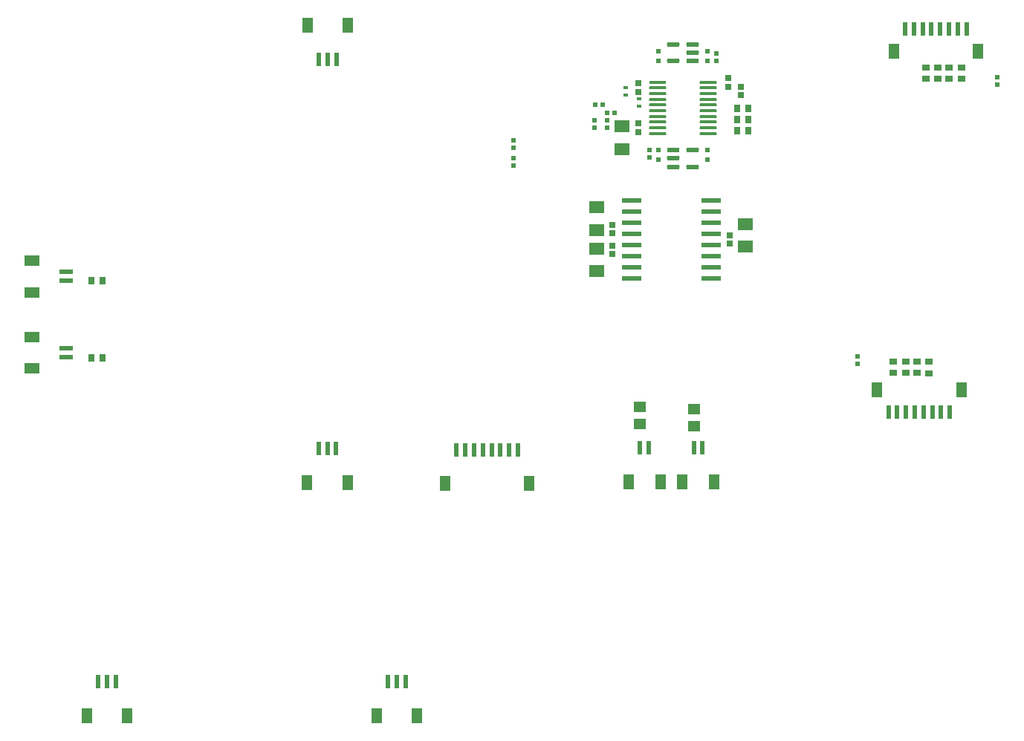
<source format=gtp>
G04*
G04 #@! TF.GenerationSoftware,Altium Limited,Altium Designer,24.2.2 (26)*
G04*
G04 Layer_Color=8421504*
%FSLAX44Y44*%
%MOMM*%
G71*
G04*
G04 #@! TF.SameCoordinates,155A7E23-AFD7-48D8-BCD8-8AF8E9F637CB*
G04*
G04*
G04 #@! TF.FilePolarity,Positive*
G04*
G01*
G75*
%ADD11R,1.2000X1.8000*%
%ADD12R,0.6000X1.5500*%
%ADD14R,0.9000X0.7000*%
%ADD15R,0.5500X0.6000*%
%ADD17R,1.8000X1.2000*%
%ADD18R,1.5500X0.6000*%
%ADD19R,0.7000X0.9000*%
%ADD20R,0.5000X0.6056*%
G04:AMPARAMS|DCode=21|XSize=1.9554mm|YSize=0.4208mm|CornerRadius=0.2104mm|HoleSize=0mm|Usage=FLASHONLY|Rotation=0.000|XOffset=0mm|YOffset=0mm|HoleType=Round|Shape=RoundedRectangle|*
%AMROUNDEDRECTD21*
21,1,1.9554,0.0000,0,0,0.0*
21,1,1.5347,0.4208,0,0,0.0*
1,1,0.4208,0.7673,0.0000*
1,1,0.4208,-0.7673,0.0000*
1,1,0.4208,-0.7673,0.0000*
1,1,0.4208,0.7673,0.0000*
%
%ADD21ROUNDEDRECTD21*%
%ADD22R,1.9554X0.4208*%
G04:AMPARAMS|DCode=23|XSize=1.4556mm|YSize=0.5698mm|CornerRadius=0.2849mm|HoleSize=0mm|Usage=FLASHONLY|Rotation=180.000|XOffset=0mm|YOffset=0mm|HoleType=Round|Shape=RoundedRectangle|*
%AMROUNDEDRECTD23*
21,1,1.4556,0.0000,0,0,180.0*
21,1,0.8858,0.5698,0,0,180.0*
1,1,0.5698,-0.4429,0.0000*
1,1,0.5698,0.4429,0.0000*
1,1,0.5698,0.4429,0.0000*
1,1,0.5698,-0.4429,0.0000*
%
%ADD23ROUNDEDRECTD23*%
%ADD24R,1.4556X0.5698*%
%ADD25R,0.6000X0.5500*%
%ADD26R,0.5725X0.6153*%
%ADD27R,0.6725X0.7154*%
%ADD28R,0.5000X0.4000*%
%ADD29R,1.8000X1.4000*%
%ADD30R,2.3114X0.5588*%
%ADD31R,1.4621X1.2581*%
%ADD32R,0.6000X1.5500*%
%ADD33R,1.2000X1.8000*%
D11*
X100952Y52552D02*
D03*
X146952D02*
D03*
X1001020Y424060D02*
D03*
X1097020D02*
D03*
X431152Y52552D02*
D03*
X477152D02*
D03*
X605008Y316850D02*
D03*
X509008D02*
D03*
X398412Y839496D02*
D03*
X352412D02*
D03*
X351904Y318236D02*
D03*
X397904D02*
D03*
X815272Y318770D02*
D03*
X779272D02*
D03*
X754092Y318744D02*
D03*
X718092D02*
D03*
D12*
X133952Y91302D02*
D03*
X123952D02*
D03*
X113952D02*
D03*
X1084020Y398810D02*
D03*
X1074020D02*
D03*
X1064020D02*
D03*
X1054020D02*
D03*
X1044020D02*
D03*
X1034020D02*
D03*
X1024020D02*
D03*
X1014020D02*
D03*
X464152Y91302D02*
D03*
X454152D02*
D03*
X444152D02*
D03*
X592008Y355600D02*
D03*
X582008D02*
D03*
X522008D02*
D03*
X532008D02*
D03*
X542008D02*
D03*
X552008D02*
D03*
X562008D02*
D03*
X572008D02*
D03*
X365412Y800746D02*
D03*
X375412D02*
D03*
X385412D02*
D03*
X384904Y356986D02*
D03*
X374904D02*
D03*
X364904D02*
D03*
X802272Y357520D02*
D03*
X792272D02*
D03*
X741092Y357494D02*
D03*
X731092D02*
D03*
D14*
X1033780Y443080D02*
D03*
Y456080D02*
D03*
X1019810Y443080D02*
D03*
Y456080D02*
D03*
X1046480Y443080D02*
D03*
Y456080D02*
D03*
X1060450Y442930D02*
D03*
Y455930D02*
D03*
X1083310Y791360D02*
D03*
Y778360D02*
D03*
X1097280Y791360D02*
D03*
Y778360D02*
D03*
X1070610Y791360D02*
D03*
Y778360D02*
D03*
X1056640Y791510D02*
D03*
Y778510D02*
D03*
D15*
X979170Y453780D02*
D03*
Y462280D02*
D03*
X587248Y708084D02*
D03*
Y699584D02*
D03*
X817880Y807366D02*
D03*
Y798866D02*
D03*
X741680Y688698D02*
D03*
Y697198D02*
D03*
X587248Y688272D02*
D03*
Y679772D02*
D03*
X1137920Y780660D02*
D03*
Y772160D02*
D03*
D17*
X38608Y535178D02*
D03*
Y571178D02*
D03*
Y448124D02*
D03*
Y484124D02*
D03*
D18*
X77358Y548178D02*
D03*
Y558178D02*
D03*
Y461124D02*
D03*
Y471124D02*
D03*
D19*
X105664Y548386D02*
D03*
X118664D02*
D03*
X105664Y460248D02*
D03*
X118664D02*
D03*
X854606Y744950D02*
D03*
X841606D02*
D03*
X854606Y732250D02*
D03*
X841606D02*
D03*
X854606Y719550D02*
D03*
X841606D02*
D03*
D20*
X807466Y686142D02*
D03*
Y697198D02*
D03*
Y809854D02*
D03*
Y798798D02*
D03*
X752094Y809854D02*
D03*
Y798798D02*
D03*
Y686142D02*
D03*
Y697198D02*
D03*
D21*
X808534Y774708D02*
D03*
Y768208D02*
D03*
Y761708D02*
D03*
Y755208D02*
D03*
Y748708D02*
D03*
Y742208D02*
D03*
Y735708D02*
D03*
Y729208D02*
D03*
Y722708D02*
D03*
Y716208D02*
D03*
X751026D02*
D03*
Y722708D02*
D03*
Y729208D02*
D03*
Y735708D02*
D03*
Y742208D02*
D03*
Y748708D02*
D03*
Y755208D02*
D03*
Y761708D02*
D03*
Y768208D02*
D03*
D22*
Y774708D02*
D03*
D23*
X768527Y798696D02*
D03*
Y817696D02*
D03*
X791033D02*
D03*
Y808196D02*
D03*
Y697300D02*
D03*
Y678300D02*
D03*
X768527D02*
D03*
Y687800D02*
D03*
D24*
X791033Y798696D02*
D03*
X768527Y697300D02*
D03*
D25*
X688204Y749268D02*
D03*
X679704D02*
D03*
X701920Y740124D02*
D03*
X693420D02*
D03*
D26*
X679450Y731201D02*
D03*
Y722630D02*
D03*
X693166Y722630D02*
D03*
Y731201D02*
D03*
D27*
X846328Y759976D02*
D03*
Y769547D02*
D03*
X728980Y718106D02*
D03*
Y727678D02*
D03*
X831596Y779159D02*
D03*
Y769588D02*
D03*
X728980Y773357D02*
D03*
Y763786D02*
D03*
X699770Y588224D02*
D03*
Y578652D02*
D03*
Y612059D02*
D03*
Y602488D02*
D03*
X833628Y600121D02*
D03*
Y590550D02*
D03*
D28*
X729742Y755744D02*
D03*
Y747744D02*
D03*
X715010Y760318D02*
D03*
Y768318D02*
D03*
D29*
X710184Y724630D02*
D03*
Y698630D02*
D03*
X850646Y586994D02*
D03*
Y612994D02*
D03*
X681736Y605790D02*
D03*
Y631790D02*
D03*
Y558962D02*
D03*
Y584962D02*
D03*
D30*
X812038Y550926D02*
D03*
X721614D02*
D03*
Y563626D02*
D03*
Y576326D02*
D03*
Y589026D02*
D03*
Y601726D02*
D03*
Y614426D02*
D03*
Y627126D02*
D03*
Y639826D02*
D03*
X812038D02*
D03*
Y627126D02*
D03*
Y614426D02*
D03*
Y601726D02*
D03*
Y589026D02*
D03*
Y576326D02*
D03*
Y563626D02*
D03*
D31*
X792480Y382660D02*
D03*
Y402200D02*
D03*
X730504Y384556D02*
D03*
Y404096D02*
D03*
D32*
X1033070Y835630D02*
D03*
X1043070D02*
D03*
X1053070D02*
D03*
X1063070D02*
D03*
X1073070D02*
D03*
X1083070D02*
D03*
X1093070D02*
D03*
X1103070D02*
D03*
D33*
X1116070Y810380D02*
D03*
X1020070D02*
D03*
M02*

</source>
